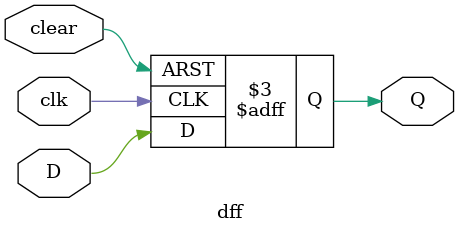
<source format=v>
module qc(clk,clear,Q);
	input clk,clear;
	output [3:0] Q;
	dff s0(~Q[0],clk,clear,Q[0]);
	dff s1(~Q[1],~Q[0],clear,Q[1]);
	dff s2(~Q[2],~Q[1],clear,Q[2]);
	dff s3(~Q[3],~Q[2],clear,Q[3]);
endmodule

module dff(D,clk,clear,Q);
	input D,clk,clear;
	output reg Q;
	always @(posedge clk or negedge clear)
	begin
	if(!clear)
		Q <= 0;
	else
		Q <= D;
	end
endmodule


</source>
